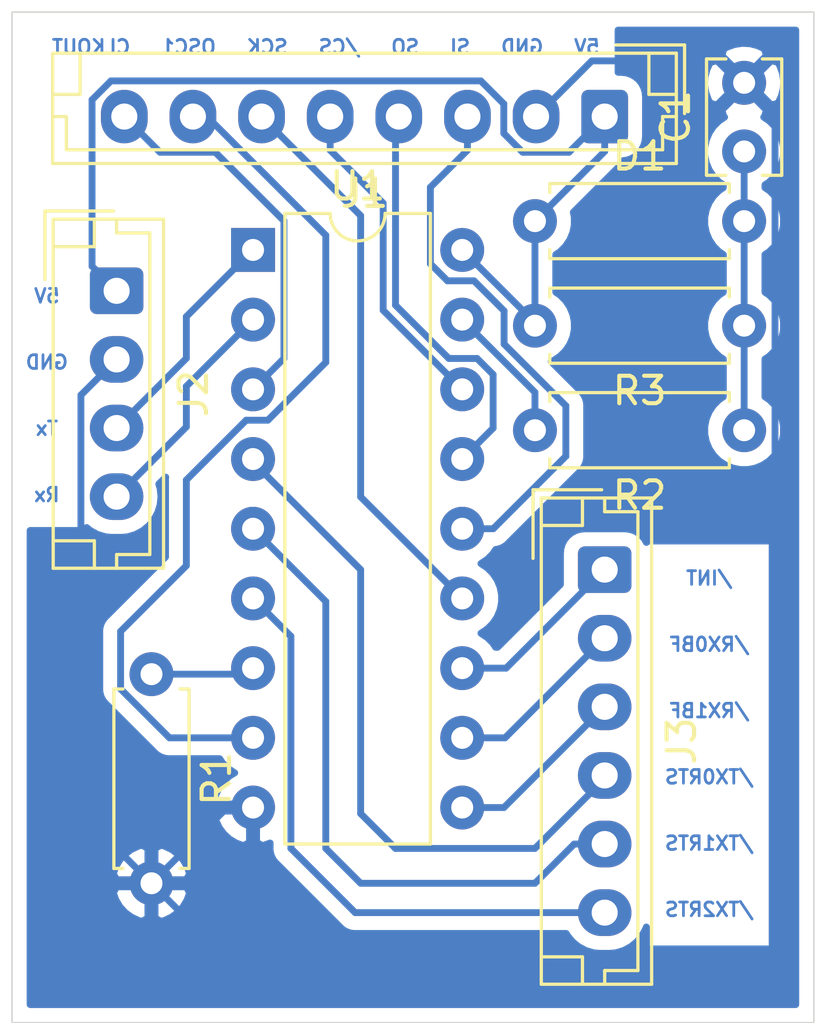
<source format=kicad_pcb>
(kicad_pcb (version 20171130) (host pcbnew 5.1.9)

  (general
    (thickness 1.6)
    (drawings 7)
    (tracks 104)
    (zones 0)
    (modules 9)
    (nets 20)
  )

  (page A4)
  (layers
    (0 F.Cu signal)
    (31 B.Cu signal)
    (32 B.Adhes user)
    (33 F.Adhes user)
    (34 B.Paste user)
    (35 F.Paste user)
    (36 B.SilkS user)
    (37 F.SilkS user)
    (38 B.Mask user)
    (39 F.Mask user)
    (40 Dwgs.User user)
    (41 Cmts.User user)
    (42 Eco1.User user)
    (43 Eco2.User user)
    (44 Edge.Cuts user)
    (45 Margin user)
    (46 B.CrtYd user)
    (47 F.CrtYd user)
    (48 B.Fab user)
    (49 F.Fab user)
  )

  (setup
    (last_trace_width 0.25)
    (trace_clearance 0.2)
    (zone_clearance 0.508)
    (zone_45_only no)
    (trace_min 0.2)
    (via_size 0.8)
    (via_drill 0.4)
    (via_min_size 0.4)
    (via_min_drill 0.3)
    (uvia_size 0.3)
    (uvia_drill 0.1)
    (uvias_allowed no)
    (uvia_min_size 0.2)
    (uvia_min_drill 0.1)
    (edge_width 0.05)
    (segment_width 0.2)
    (pcb_text_width 0.3)
    (pcb_text_size 1.5 1.5)
    (mod_edge_width 0.12)
    (mod_text_size 1 1)
    (mod_text_width 0.15)
    (pad_size 1.524 1.524)
    (pad_drill 0.762)
    (pad_to_mask_clearance 0)
    (aux_axis_origin 0 0)
    (visible_elements FFFFFF7F)
    (pcbplotparams
      (layerselection 0x010fc_ffffffff)
      (usegerberextensions false)
      (usegerberattributes true)
      (usegerberadvancedattributes true)
      (creategerberjobfile true)
      (excludeedgelayer true)
      (linewidth 0.100000)
      (plotframeref false)
      (viasonmask false)
      (mode 1)
      (useauxorigin false)
      (hpglpennumber 1)
      (hpglpenspeed 20)
      (hpglpendiameter 15.000000)
      (psnegative false)
      (psa4output false)
      (plotreference true)
      (plotvalue true)
      (plotinvisibletext false)
      (padsonsilk false)
      (subtractmaskfromsilk false)
      (outputformat 1)
      (mirror false)
      (drillshape 1)
      (scaleselection 1)
      (outputdirectory ""))
  )

  (net 0 "")
  (net 1 GND)
  (net 2 "Net-(C1-Pad1)")
  (net 3 +5V)
  (net 4 "Net-(J1-Pad8)")
  (net 5 "Net-(J1-Pad7)")
  (net 6 "Net-(J1-Pad6)")
  (net 7 "Net-(J1-Pad5)")
  (net 8 "Net-(J1-Pad4)")
  (net 9 "Net-(J1-Pad3)")
  (net 10 "Net-(J2-Pad4)")
  (net 11 "Net-(J2-Pad3)")
  (net 12 "Net-(J3-Pad6)")
  (net 13 "Net-(J3-Pad5)")
  (net 14 "Net-(J3-Pad4)")
  (net 15 "Net-(J3-Pad3)")
  (net 16 "Net-(J3-Pad2)")
  (net 17 "Net-(J3-Pad1)")
  (net 18 "Net-(R1-Pad1)")
  (net 19 "Net-(R2-Pad2)")

  (net_class Default "This is the default net class."
    (clearance 0.2)
    (trace_width 0.25)
    (via_dia 0.8)
    (via_drill 0.4)
    (uvia_dia 0.3)
    (uvia_drill 0.1)
    (add_net +5V)
    (add_net GND)
    (add_net "Net-(C1-Pad1)")
    (add_net "Net-(J1-Pad3)")
    (add_net "Net-(J1-Pad4)")
    (add_net "Net-(J1-Pad5)")
    (add_net "Net-(J1-Pad6)")
    (add_net "Net-(J1-Pad7)")
    (add_net "Net-(J1-Pad8)")
    (add_net "Net-(J2-Pad3)")
    (add_net "Net-(J2-Pad4)")
    (add_net "Net-(J3-Pad1)")
    (add_net "Net-(J3-Pad2)")
    (add_net "Net-(J3-Pad3)")
    (add_net "Net-(J3-Pad4)")
    (add_net "Net-(J3-Pad5)")
    (add_net "Net-(J3-Pad6)")
    (add_net "Net-(R1-Pad1)")
    (add_net "Net-(R2-Pad2)")
  )

  (module Package_DIP:DIP-18_W7.62mm (layer F.Cu) (tedit 5A02E8C5) (tstamp 600CAD49)
    (at 115.46 62.01)
    (descr "18-lead though-hole mounted DIP package, row spacing 7.62 mm (300 mils)")
    (tags "THT DIP DIL PDIP 2.54mm 7.62mm 300mil")
    (path /600C4826)
    (fp_text reference U1 (at 3.81 -2.33) (layer F.SilkS)
      (effects (font (size 1 1) (thickness 0.15)))
    )
    (fp_text value MCP2515-xSO (at 3.81 22.65) (layer F.Fab)
      (effects (font (size 1 1) (thickness 0.15)))
    )
    (fp_text user %R (at 3.81 10.16) (layer F.Fab)
      (effects (font (size 1 1) (thickness 0.15)))
    )
    (fp_arc (start 3.81 -1.33) (end 2.81 -1.33) (angle -180) (layer F.SilkS) (width 0.12))
    (fp_line (start 1.635 -1.27) (end 6.985 -1.27) (layer F.Fab) (width 0.1))
    (fp_line (start 6.985 -1.27) (end 6.985 21.59) (layer F.Fab) (width 0.1))
    (fp_line (start 6.985 21.59) (end 0.635 21.59) (layer F.Fab) (width 0.1))
    (fp_line (start 0.635 21.59) (end 0.635 -0.27) (layer F.Fab) (width 0.1))
    (fp_line (start 0.635 -0.27) (end 1.635 -1.27) (layer F.Fab) (width 0.1))
    (fp_line (start 2.81 -1.33) (end 1.16 -1.33) (layer F.SilkS) (width 0.12))
    (fp_line (start 1.16 -1.33) (end 1.16 21.65) (layer F.SilkS) (width 0.12))
    (fp_line (start 1.16 21.65) (end 6.46 21.65) (layer F.SilkS) (width 0.12))
    (fp_line (start 6.46 21.65) (end 6.46 -1.33) (layer F.SilkS) (width 0.12))
    (fp_line (start 6.46 -1.33) (end 4.81 -1.33) (layer F.SilkS) (width 0.12))
    (fp_line (start -1.1 -1.55) (end -1.1 21.85) (layer F.CrtYd) (width 0.05))
    (fp_line (start -1.1 21.85) (end 8.7 21.85) (layer F.CrtYd) (width 0.05))
    (fp_line (start 8.7 21.85) (end 8.7 -1.55) (layer F.CrtYd) (width 0.05))
    (fp_line (start 8.7 -1.55) (end -1.1 -1.55) (layer F.CrtYd) (width 0.05))
    (pad 18 thru_hole oval (at 7.62 0) (size 1.6 1.6) (drill 0.8) (layers *.Cu *.Mask)
      (net 3 +5V))
    (pad 9 thru_hole oval (at 0 20.32) (size 1.6 1.6) (drill 0.8) (layers *.Cu *.Mask)
      (net 1 GND))
    (pad 17 thru_hole oval (at 7.62 2.54) (size 1.6 1.6) (drill 0.8) (layers *.Cu *.Mask)
      (net 19 "Net-(R2-Pad2)"))
    (pad 8 thru_hole oval (at 0 17.78) (size 1.6 1.6) (drill 0.8) (layers *.Cu *.Mask)
      (net 5 "Net-(J1-Pad7)"))
    (pad 16 thru_hole oval (at 7.62 5.08) (size 1.6 1.6) (drill 0.8) (layers *.Cu *.Mask)
      (net 7 "Net-(J1-Pad5)"))
    (pad 7 thru_hole oval (at 0 15.24) (size 1.6 1.6) (drill 0.8) (layers *.Cu *.Mask)
      (net 18 "Net-(R1-Pad1)"))
    (pad 15 thru_hole oval (at 7.62 7.62) (size 1.6 1.6) (drill 0.8) (layers *.Cu *.Mask)
      (net 8 "Net-(J1-Pad4)"))
    (pad 6 thru_hole oval (at 0 12.7) (size 1.6 1.6) (drill 0.8) (layers *.Cu *.Mask)
      (net 12 "Net-(J3-Pad6)"))
    (pad 14 thru_hole oval (at 7.62 10.16) (size 1.6 1.6) (drill 0.8) (layers *.Cu *.Mask)
      (net 9 "Net-(J1-Pad3)"))
    (pad 5 thru_hole oval (at 0 10.16) (size 1.6 1.6) (drill 0.8) (layers *.Cu *.Mask)
      (net 13 "Net-(J3-Pad5)"))
    (pad 13 thru_hole oval (at 7.62 12.7) (size 1.6 1.6) (drill 0.8) (layers *.Cu *.Mask)
      (net 6 "Net-(J1-Pad6)"))
    (pad 4 thru_hole oval (at 0 7.62) (size 1.6 1.6) (drill 0.8) (layers *.Cu *.Mask)
      (net 14 "Net-(J3-Pad4)"))
    (pad 12 thru_hole oval (at 7.62 15.24) (size 1.6 1.6) (drill 0.8) (layers *.Cu *.Mask)
      (net 17 "Net-(J3-Pad1)"))
    (pad 3 thru_hole oval (at 0 5.08) (size 1.6 1.6) (drill 0.8) (layers *.Cu *.Mask)
      (net 4 "Net-(J1-Pad8)"))
    (pad 11 thru_hole oval (at 7.62 17.78) (size 1.6 1.6) (drill 0.8) (layers *.Cu *.Mask)
      (net 16 "Net-(J3-Pad2)"))
    (pad 2 thru_hole oval (at 0 2.54) (size 1.6 1.6) (drill 0.8) (layers *.Cu *.Mask)
      (net 10 "Net-(J2-Pad4)"))
    (pad 10 thru_hole oval (at 7.62 20.32) (size 1.6 1.6) (drill 0.8) (layers *.Cu *.Mask)
      (net 15 "Net-(J3-Pad3)"))
    (pad 1 thru_hole rect (at 0 0) (size 1.6 1.6) (drill 0.8) (layers *.Cu *.Mask)
      (net 11 "Net-(J2-Pad3)"))
    (model ${KISYS3DMOD}/Package_DIP.3dshapes/DIP-18_W7.62mm.wrl
      (at (xyz 0 0 0))
      (scale (xyz 1 1 1))
      (rotate (xyz 0 0 0))
    )
  )

  (module Resistor_THT:R_Axial_DIN0207_L6.3mm_D2.5mm_P7.62mm_Horizontal (layer F.Cu) (tedit 5AE5139B) (tstamp 600CAD23)
    (at 133.35 64.77 180)
    (descr "Resistor, Axial_DIN0207 series, Axial, Horizontal, pin pitch=7.62mm, 0.25W = 1/4W, length*diameter=6.3*2.5mm^2, http://cdn-reichelt.de/documents/datenblatt/B400/1_4W%23YAG.pdf")
    (tags "Resistor Axial_DIN0207 series Axial Horizontal pin pitch 7.62mm 0.25W = 1/4W length 6.3mm diameter 2.5mm")
    (path /600FB9A7)
    (fp_text reference R3 (at 3.81 -2.37) (layer F.SilkS)
      (effects (font (size 1 1) (thickness 0.15)))
    )
    (fp_text value R (at 3.81 2.37) (layer F.Fab)
      (effects (font (size 1 1) (thickness 0.15)))
    )
    (fp_text user %R (at 3.81 0) (layer F.Fab)
      (effects (font (size 1 1) (thickness 0.15)))
    )
    (fp_line (start 0.66 -1.25) (end 0.66 1.25) (layer F.Fab) (width 0.1))
    (fp_line (start 0.66 1.25) (end 6.96 1.25) (layer F.Fab) (width 0.1))
    (fp_line (start 6.96 1.25) (end 6.96 -1.25) (layer F.Fab) (width 0.1))
    (fp_line (start 6.96 -1.25) (end 0.66 -1.25) (layer F.Fab) (width 0.1))
    (fp_line (start 0 0) (end 0.66 0) (layer F.Fab) (width 0.1))
    (fp_line (start 7.62 0) (end 6.96 0) (layer F.Fab) (width 0.1))
    (fp_line (start 0.54 -1.04) (end 0.54 -1.37) (layer F.SilkS) (width 0.12))
    (fp_line (start 0.54 -1.37) (end 7.08 -1.37) (layer F.SilkS) (width 0.12))
    (fp_line (start 7.08 -1.37) (end 7.08 -1.04) (layer F.SilkS) (width 0.12))
    (fp_line (start 0.54 1.04) (end 0.54 1.37) (layer F.SilkS) (width 0.12))
    (fp_line (start 0.54 1.37) (end 7.08 1.37) (layer F.SilkS) (width 0.12))
    (fp_line (start 7.08 1.37) (end 7.08 1.04) (layer F.SilkS) (width 0.12))
    (fp_line (start -1.05 -1.5) (end -1.05 1.5) (layer F.CrtYd) (width 0.05))
    (fp_line (start -1.05 1.5) (end 8.67 1.5) (layer F.CrtYd) (width 0.05))
    (fp_line (start 8.67 1.5) (end 8.67 -1.5) (layer F.CrtYd) (width 0.05))
    (fp_line (start 8.67 -1.5) (end -1.05 -1.5) (layer F.CrtYd) (width 0.05))
    (pad 2 thru_hole oval (at 7.62 0 180) (size 1.6 1.6) (drill 0.8) (layers *.Cu *.Mask)
      (net 3 +5V))
    (pad 1 thru_hole circle (at 0 0 180) (size 1.6 1.6) (drill 0.8) (layers *.Cu *.Mask)
      (net 2 "Net-(C1-Pad1)"))
    (model ${KISYS3DMOD}/Resistor_THT.3dshapes/R_Axial_DIN0207_L6.3mm_D2.5mm_P7.62mm_Horizontal.wrl
      (at (xyz 0 0 0))
      (scale (xyz 1 1 1))
      (rotate (xyz 0 0 0))
    )
  )

  (module Resistor_THT:R_Axial_DIN0207_L6.3mm_D2.5mm_P7.62mm_Horizontal (layer F.Cu) (tedit 5AE5139B) (tstamp 600CAD0C)
    (at 133.35 68.58 180)
    (descr "Resistor, Axial_DIN0207 series, Axial, Horizontal, pin pitch=7.62mm, 0.25W = 1/4W, length*diameter=6.3*2.5mm^2, http://cdn-reichelt.de/documents/datenblatt/B400/1_4W%23YAG.pdf")
    (tags "Resistor Axial_DIN0207 series Axial Horizontal pin pitch 7.62mm 0.25W = 1/4W length 6.3mm diameter 2.5mm")
    (path /600FAED7)
    (fp_text reference R2 (at 3.81 -2.37) (layer F.SilkS)
      (effects (font (size 1 1) (thickness 0.15)))
    )
    (fp_text value R (at 3.81 2.37) (layer F.Fab)
      (effects (font (size 1 1) (thickness 0.15)))
    )
    (fp_text user %R (at 3.81 0) (layer F.Fab)
      (effects (font (size 1 1) (thickness 0.15)))
    )
    (fp_line (start 0.66 -1.25) (end 0.66 1.25) (layer F.Fab) (width 0.1))
    (fp_line (start 0.66 1.25) (end 6.96 1.25) (layer F.Fab) (width 0.1))
    (fp_line (start 6.96 1.25) (end 6.96 -1.25) (layer F.Fab) (width 0.1))
    (fp_line (start 6.96 -1.25) (end 0.66 -1.25) (layer F.Fab) (width 0.1))
    (fp_line (start 0 0) (end 0.66 0) (layer F.Fab) (width 0.1))
    (fp_line (start 7.62 0) (end 6.96 0) (layer F.Fab) (width 0.1))
    (fp_line (start 0.54 -1.04) (end 0.54 -1.37) (layer F.SilkS) (width 0.12))
    (fp_line (start 0.54 -1.37) (end 7.08 -1.37) (layer F.SilkS) (width 0.12))
    (fp_line (start 7.08 -1.37) (end 7.08 -1.04) (layer F.SilkS) (width 0.12))
    (fp_line (start 0.54 1.04) (end 0.54 1.37) (layer F.SilkS) (width 0.12))
    (fp_line (start 0.54 1.37) (end 7.08 1.37) (layer F.SilkS) (width 0.12))
    (fp_line (start 7.08 1.37) (end 7.08 1.04) (layer F.SilkS) (width 0.12))
    (fp_line (start -1.05 -1.5) (end -1.05 1.5) (layer F.CrtYd) (width 0.05))
    (fp_line (start -1.05 1.5) (end 8.67 1.5) (layer F.CrtYd) (width 0.05))
    (fp_line (start 8.67 1.5) (end 8.67 -1.5) (layer F.CrtYd) (width 0.05))
    (fp_line (start 8.67 -1.5) (end -1.05 -1.5) (layer F.CrtYd) (width 0.05))
    (pad 2 thru_hole oval (at 7.62 0 180) (size 1.6 1.6) (drill 0.8) (layers *.Cu *.Mask)
      (net 19 "Net-(R2-Pad2)"))
    (pad 1 thru_hole circle (at 0 0 180) (size 1.6 1.6) (drill 0.8) (layers *.Cu *.Mask)
      (net 2 "Net-(C1-Pad1)"))
    (model ${KISYS3DMOD}/Resistor_THT.3dshapes/R_Axial_DIN0207_L6.3mm_D2.5mm_P7.62mm_Horizontal.wrl
      (at (xyz 0 0 0))
      (scale (xyz 1 1 1))
      (rotate (xyz 0 0 0))
    )
  )

  (module Resistor_THT:R_Axial_DIN0207_L6.3mm_D2.5mm_P7.62mm_Horizontal (layer F.Cu) (tedit 5AE5139B) (tstamp 600CACF5)
    (at 111.76 77.47 270)
    (descr "Resistor, Axial_DIN0207 series, Axial, Horizontal, pin pitch=7.62mm, 0.25W = 1/4W, length*diameter=6.3*2.5mm^2, http://cdn-reichelt.de/documents/datenblatt/B400/1_4W%23YAG.pdf")
    (tags "Resistor Axial_DIN0207 series Axial Horizontal pin pitch 7.62mm 0.25W = 1/4W length 6.3mm diameter 2.5mm")
    (path /600D073B)
    (fp_text reference R1 (at 3.81 -2.37 90) (layer F.SilkS)
      (effects (font (size 1 1) (thickness 0.15)))
    )
    (fp_text value R (at 3.81 2.37 90) (layer F.Fab)
      (effects (font (size 1 1) (thickness 0.15)))
    )
    (fp_text user %R (at 3.81 0 90) (layer F.Fab)
      (effects (font (size 1 1) (thickness 0.15)))
    )
    (fp_line (start 0.66 -1.25) (end 0.66 1.25) (layer F.Fab) (width 0.1))
    (fp_line (start 0.66 1.25) (end 6.96 1.25) (layer F.Fab) (width 0.1))
    (fp_line (start 6.96 1.25) (end 6.96 -1.25) (layer F.Fab) (width 0.1))
    (fp_line (start 6.96 -1.25) (end 0.66 -1.25) (layer F.Fab) (width 0.1))
    (fp_line (start 0 0) (end 0.66 0) (layer F.Fab) (width 0.1))
    (fp_line (start 7.62 0) (end 6.96 0) (layer F.Fab) (width 0.1))
    (fp_line (start 0.54 -1.04) (end 0.54 -1.37) (layer F.SilkS) (width 0.12))
    (fp_line (start 0.54 -1.37) (end 7.08 -1.37) (layer F.SilkS) (width 0.12))
    (fp_line (start 7.08 -1.37) (end 7.08 -1.04) (layer F.SilkS) (width 0.12))
    (fp_line (start 0.54 1.04) (end 0.54 1.37) (layer F.SilkS) (width 0.12))
    (fp_line (start 0.54 1.37) (end 7.08 1.37) (layer F.SilkS) (width 0.12))
    (fp_line (start 7.08 1.37) (end 7.08 1.04) (layer F.SilkS) (width 0.12))
    (fp_line (start -1.05 -1.5) (end -1.05 1.5) (layer F.CrtYd) (width 0.05))
    (fp_line (start -1.05 1.5) (end 8.67 1.5) (layer F.CrtYd) (width 0.05))
    (fp_line (start 8.67 1.5) (end 8.67 -1.5) (layer F.CrtYd) (width 0.05))
    (fp_line (start 8.67 -1.5) (end -1.05 -1.5) (layer F.CrtYd) (width 0.05))
    (pad 2 thru_hole oval (at 7.62 0 270) (size 1.6 1.6) (drill 0.8) (layers *.Cu *.Mask)
      (net 1 GND))
    (pad 1 thru_hole circle (at 0 0 270) (size 1.6 1.6) (drill 0.8) (layers *.Cu *.Mask)
      (net 18 "Net-(R1-Pad1)"))
    (model ${KISYS3DMOD}/Resistor_THT.3dshapes/R_Axial_DIN0207_L6.3mm_D2.5mm_P7.62mm_Horizontal.wrl
      (at (xyz 0 0 0))
      (scale (xyz 1 1 1))
      (rotate (xyz 0 0 0))
    )
  )

  (module Connector_JST:JST_EH_B6B-EH-A_1x06_P2.50mm_Vertical (layer F.Cu) (tedit 5C28142C) (tstamp 600CACDE)
    (at 128.27 73.66 270)
    (descr "JST EH series connector, B6B-EH-A (http://www.jst-mfg.com/product/pdf/eng/eEH.pdf), generated with kicad-footprint-generator")
    (tags "connector JST EH vertical")
    (path /600EDBBE)
    (fp_text reference J3 (at 6.25 -2.8 90) (layer F.SilkS)
      (effects (font (size 1 1) (thickness 0.15)))
    )
    (fp_text value Conn_01x06_Female (at 6.25 3.4 90) (layer F.Fab)
      (effects (font (size 1 1) (thickness 0.15)))
    )
    (fp_text user %R (at 6.25 1.5 90) (layer F.Fab)
      (effects (font (size 1 1) (thickness 0.15)))
    )
    (fp_line (start -2.5 -1.6) (end -2.5 2.2) (layer F.Fab) (width 0.1))
    (fp_line (start -2.5 2.2) (end 15 2.2) (layer F.Fab) (width 0.1))
    (fp_line (start 15 2.2) (end 15 -1.6) (layer F.Fab) (width 0.1))
    (fp_line (start 15 -1.6) (end -2.5 -1.6) (layer F.Fab) (width 0.1))
    (fp_line (start -3 -2.1) (end -3 2.7) (layer F.CrtYd) (width 0.05))
    (fp_line (start -3 2.7) (end 15.5 2.7) (layer F.CrtYd) (width 0.05))
    (fp_line (start 15.5 2.7) (end 15.5 -2.1) (layer F.CrtYd) (width 0.05))
    (fp_line (start 15.5 -2.1) (end -3 -2.1) (layer F.CrtYd) (width 0.05))
    (fp_line (start -2.61 -1.71) (end -2.61 2.31) (layer F.SilkS) (width 0.12))
    (fp_line (start -2.61 2.31) (end 15.11 2.31) (layer F.SilkS) (width 0.12))
    (fp_line (start 15.11 2.31) (end 15.11 -1.71) (layer F.SilkS) (width 0.12))
    (fp_line (start 15.11 -1.71) (end -2.61 -1.71) (layer F.SilkS) (width 0.12))
    (fp_line (start -2.61 0) (end -2.11 0) (layer F.SilkS) (width 0.12))
    (fp_line (start -2.11 0) (end -2.11 -1.21) (layer F.SilkS) (width 0.12))
    (fp_line (start -2.11 -1.21) (end 14.61 -1.21) (layer F.SilkS) (width 0.12))
    (fp_line (start 14.61 -1.21) (end 14.61 0) (layer F.SilkS) (width 0.12))
    (fp_line (start 14.61 0) (end 15.11 0) (layer F.SilkS) (width 0.12))
    (fp_line (start -2.61 0.81) (end -1.61 0.81) (layer F.SilkS) (width 0.12))
    (fp_line (start -1.61 0.81) (end -1.61 2.31) (layer F.SilkS) (width 0.12))
    (fp_line (start 15.11 0.81) (end 14.11 0.81) (layer F.SilkS) (width 0.12))
    (fp_line (start 14.11 0.81) (end 14.11 2.31) (layer F.SilkS) (width 0.12))
    (fp_line (start -2.91 0.11) (end -2.91 2.61) (layer F.SilkS) (width 0.12))
    (fp_line (start -2.91 2.61) (end -0.41 2.61) (layer F.SilkS) (width 0.12))
    (fp_line (start -2.91 0.11) (end -2.91 2.61) (layer F.Fab) (width 0.1))
    (fp_line (start -2.91 2.61) (end -0.41 2.61) (layer F.Fab) (width 0.1))
    (pad 6 thru_hole oval (at 12.5 0 270) (size 1.7 1.95) (drill 0.95) (layers *.Cu *.Mask)
      (net 12 "Net-(J3-Pad6)"))
    (pad 5 thru_hole oval (at 10 0 270) (size 1.7 1.95) (drill 0.95) (layers *.Cu *.Mask)
      (net 13 "Net-(J3-Pad5)"))
    (pad 4 thru_hole oval (at 7.5 0 270) (size 1.7 1.95) (drill 0.95) (layers *.Cu *.Mask)
      (net 14 "Net-(J3-Pad4)"))
    (pad 3 thru_hole oval (at 5 0 270) (size 1.7 1.95) (drill 0.95) (layers *.Cu *.Mask)
      (net 15 "Net-(J3-Pad3)"))
    (pad 2 thru_hole oval (at 2.5 0 270) (size 1.7 1.95) (drill 0.95) (layers *.Cu *.Mask)
      (net 16 "Net-(J3-Pad2)"))
    (pad 1 thru_hole roundrect (at 0 0 270) (size 1.7 1.95) (drill 0.95) (layers *.Cu *.Mask) (roundrect_rratio 0.147059)
      (net 17 "Net-(J3-Pad1)"))
    (model ${KISYS3DMOD}/Connector_JST.3dshapes/JST_EH_B6B-EH-A_1x06_P2.50mm_Vertical.wrl
      (at (xyz 0 0 0))
      (scale (xyz 1 1 1))
      (rotate (xyz 0 0 0))
    )
  )

  (module Connector_JST:JST_EH_B4B-EH-A_1x04_P2.50mm_Vertical (layer F.Cu) (tedit 5C28142C) (tstamp 600CACBA)
    (at 110.49 63.5 270)
    (descr "JST EH series connector, B4B-EH-A (http://www.jst-mfg.com/product/pdf/eng/eEH.pdf), generated with kicad-footprint-generator")
    (tags "connector JST EH vertical")
    (path /600D765D)
    (fp_text reference J2 (at 3.75 -2.8 90) (layer F.SilkS)
      (effects (font (size 1 1) (thickness 0.15)))
    )
    (fp_text value Conn_01x04_Female (at 3.75 3.4 90) (layer F.Fab)
      (effects (font (size 1 1) (thickness 0.15)))
    )
    (fp_text user %R (at 3.75 1.5 90) (layer F.Fab)
      (effects (font (size 1 1) (thickness 0.15)))
    )
    (fp_line (start -2.5 -1.6) (end -2.5 2.2) (layer F.Fab) (width 0.1))
    (fp_line (start -2.5 2.2) (end 10 2.2) (layer F.Fab) (width 0.1))
    (fp_line (start 10 2.2) (end 10 -1.6) (layer F.Fab) (width 0.1))
    (fp_line (start 10 -1.6) (end -2.5 -1.6) (layer F.Fab) (width 0.1))
    (fp_line (start -3 -2.1) (end -3 2.7) (layer F.CrtYd) (width 0.05))
    (fp_line (start -3 2.7) (end 10.5 2.7) (layer F.CrtYd) (width 0.05))
    (fp_line (start 10.5 2.7) (end 10.5 -2.1) (layer F.CrtYd) (width 0.05))
    (fp_line (start 10.5 -2.1) (end -3 -2.1) (layer F.CrtYd) (width 0.05))
    (fp_line (start -2.61 -1.71) (end -2.61 2.31) (layer F.SilkS) (width 0.12))
    (fp_line (start -2.61 2.31) (end 10.11 2.31) (layer F.SilkS) (width 0.12))
    (fp_line (start 10.11 2.31) (end 10.11 -1.71) (layer F.SilkS) (width 0.12))
    (fp_line (start 10.11 -1.71) (end -2.61 -1.71) (layer F.SilkS) (width 0.12))
    (fp_line (start -2.61 0) (end -2.11 0) (layer F.SilkS) (width 0.12))
    (fp_line (start -2.11 0) (end -2.11 -1.21) (layer F.SilkS) (width 0.12))
    (fp_line (start -2.11 -1.21) (end 9.61 -1.21) (layer F.SilkS) (width 0.12))
    (fp_line (start 9.61 -1.21) (end 9.61 0) (layer F.SilkS) (width 0.12))
    (fp_line (start 9.61 0) (end 10.11 0) (layer F.SilkS) (width 0.12))
    (fp_line (start -2.61 0.81) (end -1.61 0.81) (layer F.SilkS) (width 0.12))
    (fp_line (start -1.61 0.81) (end -1.61 2.31) (layer F.SilkS) (width 0.12))
    (fp_line (start 10.11 0.81) (end 9.11 0.81) (layer F.SilkS) (width 0.12))
    (fp_line (start 9.11 0.81) (end 9.11 2.31) (layer F.SilkS) (width 0.12))
    (fp_line (start -2.91 0.11) (end -2.91 2.61) (layer F.SilkS) (width 0.12))
    (fp_line (start -2.91 2.61) (end -0.41 2.61) (layer F.SilkS) (width 0.12))
    (fp_line (start -2.91 0.11) (end -2.91 2.61) (layer F.Fab) (width 0.1))
    (fp_line (start -2.91 2.61) (end -0.41 2.61) (layer F.Fab) (width 0.1))
    (pad 4 thru_hole oval (at 7.5 0 270) (size 1.7 1.95) (drill 0.95) (layers *.Cu *.Mask)
      (net 10 "Net-(J2-Pad4)"))
    (pad 3 thru_hole oval (at 5 0 270) (size 1.7 1.95) (drill 0.95) (layers *.Cu *.Mask)
      (net 11 "Net-(J2-Pad3)"))
    (pad 2 thru_hole oval (at 2.5 0 270) (size 1.7 1.95) (drill 0.95) (layers *.Cu *.Mask)
      (net 1 GND))
    (pad 1 thru_hole roundrect (at 0 0 270) (size 1.7 1.95) (drill 0.95) (layers *.Cu *.Mask) (roundrect_rratio 0.147059)
      (net 3 +5V))
    (model ${KISYS3DMOD}/Connector_JST.3dshapes/JST_EH_B4B-EH-A_1x04_P2.50mm_Vertical.wrl
      (at (xyz 0 0 0))
      (scale (xyz 1 1 1))
      (rotate (xyz 0 0 0))
    )
  )

  (module Connector_JST:JST_EH_B8B-EH-A_1x08_P2.50mm_Vertical (layer F.Cu) (tedit 5C28142D) (tstamp 600CAC98)
    (at 128.27 57.15 180)
    (descr "JST EH series connector, B8B-EH-A (http://www.jst-mfg.com/product/pdf/eng/eEH.pdf), generated with kicad-footprint-generator")
    (tags "connector JST EH vertical")
    (path /600F0435)
    (fp_text reference J1 (at 8.75 -2.8) (layer F.SilkS)
      (effects (font (size 1 1) (thickness 0.15)))
    )
    (fp_text value Conn_01x08_Female (at 8.75 3.4) (layer F.Fab)
      (effects (font (size 1 1) (thickness 0.15)))
    )
    (fp_text user %R (at 8.75 1.5) (layer F.Fab)
      (effects (font (size 1 1) (thickness 0.15)))
    )
    (fp_line (start -2.5 -1.6) (end -2.5 2.2) (layer F.Fab) (width 0.1))
    (fp_line (start -2.5 2.2) (end 20 2.2) (layer F.Fab) (width 0.1))
    (fp_line (start 20 2.2) (end 20 -1.6) (layer F.Fab) (width 0.1))
    (fp_line (start 20 -1.6) (end -2.5 -1.6) (layer F.Fab) (width 0.1))
    (fp_line (start -3 -2.1) (end -3 2.7) (layer F.CrtYd) (width 0.05))
    (fp_line (start -3 2.7) (end 20.5 2.7) (layer F.CrtYd) (width 0.05))
    (fp_line (start 20.5 2.7) (end 20.5 -2.1) (layer F.CrtYd) (width 0.05))
    (fp_line (start 20.5 -2.1) (end -3 -2.1) (layer F.CrtYd) (width 0.05))
    (fp_line (start -2.61 -1.71) (end -2.61 2.31) (layer F.SilkS) (width 0.12))
    (fp_line (start -2.61 2.31) (end 20.11 2.31) (layer F.SilkS) (width 0.12))
    (fp_line (start 20.11 2.31) (end 20.11 -1.71) (layer F.SilkS) (width 0.12))
    (fp_line (start 20.11 -1.71) (end -2.61 -1.71) (layer F.SilkS) (width 0.12))
    (fp_line (start -2.61 0) (end -2.11 0) (layer F.SilkS) (width 0.12))
    (fp_line (start -2.11 0) (end -2.11 -1.21) (layer F.SilkS) (width 0.12))
    (fp_line (start -2.11 -1.21) (end 19.61 -1.21) (layer F.SilkS) (width 0.12))
    (fp_line (start 19.61 -1.21) (end 19.61 0) (layer F.SilkS) (width 0.12))
    (fp_line (start 19.61 0) (end 20.11 0) (layer F.SilkS) (width 0.12))
    (fp_line (start -2.61 0.81) (end -1.61 0.81) (layer F.SilkS) (width 0.12))
    (fp_line (start -1.61 0.81) (end -1.61 2.31) (layer F.SilkS) (width 0.12))
    (fp_line (start 20.11 0.81) (end 19.11 0.81) (layer F.SilkS) (width 0.12))
    (fp_line (start 19.11 0.81) (end 19.11 2.31) (layer F.SilkS) (width 0.12))
    (fp_line (start -2.91 0.11) (end -2.91 2.61) (layer F.SilkS) (width 0.12))
    (fp_line (start -2.91 2.61) (end -0.41 2.61) (layer F.SilkS) (width 0.12))
    (fp_line (start -2.91 0.11) (end -2.91 2.61) (layer F.Fab) (width 0.1))
    (fp_line (start -2.91 2.61) (end -0.41 2.61) (layer F.Fab) (width 0.1))
    (pad 8 thru_hole oval (at 17.5 0 180) (size 1.7 1.95) (drill 0.95) (layers *.Cu *.Mask)
      (net 4 "Net-(J1-Pad8)"))
    (pad 7 thru_hole oval (at 15 0 180) (size 1.7 1.95) (drill 0.95) (layers *.Cu *.Mask)
      (net 5 "Net-(J1-Pad7)"))
    (pad 6 thru_hole oval (at 12.5 0 180) (size 1.7 1.95) (drill 0.95) (layers *.Cu *.Mask)
      (net 6 "Net-(J1-Pad6)"))
    (pad 5 thru_hole oval (at 10 0 180) (size 1.7 1.95) (drill 0.95) (layers *.Cu *.Mask)
      (net 7 "Net-(J1-Pad5)"))
    (pad 4 thru_hole oval (at 7.5 0 180) (size 1.7 1.95) (drill 0.95) (layers *.Cu *.Mask)
      (net 8 "Net-(J1-Pad4)"))
    (pad 3 thru_hole oval (at 5 0 180) (size 1.7 1.95) (drill 0.95) (layers *.Cu *.Mask)
      (net 9 "Net-(J1-Pad3)"))
    (pad 2 thru_hole oval (at 2.5 0 180) (size 1.7 1.95) (drill 0.95) (layers *.Cu *.Mask)
      (net 1 GND))
    (pad 1 thru_hole roundrect (at 0 0 180) (size 1.7 1.95) (drill 0.95) (layers *.Cu *.Mask) (roundrect_rratio 0.147059)
      (net 3 +5V))
    (model ${KISYS3DMOD}/Connector_JST.3dshapes/JST_EH_B8B-EH-A_1x08_P2.50mm_Vertical.wrl
      (at (xyz 0 0 0))
      (scale (xyz 1 1 1))
      (rotate (xyz 0 0 0))
    )
  )

  (module Resistor_THT:R_Axial_DIN0207_L6.3mm_D2.5mm_P7.62mm_Horizontal (layer F.Cu) (tedit 5AE5139B) (tstamp 600CAC72)
    (at 125.73 60.96)
    (descr "Resistor, Axial_DIN0207 series, Axial, Horizontal, pin pitch=7.62mm, 0.25W = 1/4W, length*diameter=6.3*2.5mm^2, http://cdn-reichelt.de/documents/datenblatt/B400/1_4W%23YAG.pdf")
    (tags "Resistor Axial_DIN0207 series Axial Horizontal pin pitch 7.62mm 0.25W = 1/4W length 6.3mm diameter 2.5mm")
    (path /600FD6C0)
    (fp_text reference D1 (at 3.81 -2.37) (layer F.SilkS)
      (effects (font (size 1 1) (thickness 0.15)))
    )
    (fp_text value D (at 3.81 2.37) (layer F.Fab)
      (effects (font (size 1 1) (thickness 0.15)))
    )
    (fp_text user %R (at 3.81 0) (layer F.Fab)
      (effects (font (size 1 1) (thickness 0.15)))
    )
    (fp_line (start 0.66 -1.25) (end 0.66 1.25) (layer F.Fab) (width 0.1))
    (fp_line (start 0.66 1.25) (end 6.96 1.25) (layer F.Fab) (width 0.1))
    (fp_line (start 6.96 1.25) (end 6.96 -1.25) (layer F.Fab) (width 0.1))
    (fp_line (start 6.96 -1.25) (end 0.66 -1.25) (layer F.Fab) (width 0.1))
    (fp_line (start 0 0) (end 0.66 0) (layer F.Fab) (width 0.1))
    (fp_line (start 7.62 0) (end 6.96 0) (layer F.Fab) (width 0.1))
    (fp_line (start 0.54 -1.04) (end 0.54 -1.37) (layer F.SilkS) (width 0.12))
    (fp_line (start 0.54 -1.37) (end 7.08 -1.37) (layer F.SilkS) (width 0.12))
    (fp_line (start 7.08 -1.37) (end 7.08 -1.04) (layer F.SilkS) (width 0.12))
    (fp_line (start 0.54 1.04) (end 0.54 1.37) (layer F.SilkS) (width 0.12))
    (fp_line (start 0.54 1.37) (end 7.08 1.37) (layer F.SilkS) (width 0.12))
    (fp_line (start 7.08 1.37) (end 7.08 1.04) (layer F.SilkS) (width 0.12))
    (fp_line (start -1.05 -1.5) (end -1.05 1.5) (layer F.CrtYd) (width 0.05))
    (fp_line (start -1.05 1.5) (end 8.67 1.5) (layer F.CrtYd) (width 0.05))
    (fp_line (start 8.67 1.5) (end 8.67 -1.5) (layer F.CrtYd) (width 0.05))
    (fp_line (start 8.67 -1.5) (end -1.05 -1.5) (layer F.CrtYd) (width 0.05))
    (pad 2 thru_hole oval (at 7.62 0) (size 1.6 1.6) (drill 0.8) (layers *.Cu *.Mask)
      (net 2 "Net-(C1-Pad1)"))
    (pad 1 thru_hole circle (at 0 0) (size 1.6 1.6) (drill 0.8) (layers *.Cu *.Mask)
      (net 3 +5V))
    (model ${KISYS3DMOD}/Resistor_THT.3dshapes/R_Axial_DIN0207_L6.3mm_D2.5mm_P7.62mm_Horizontal.wrl
      (at (xyz 0 0 0))
      (scale (xyz 1 1 1))
      (rotate (xyz 0 0 0))
    )
  )

  (module Capacitor_THT:C_Rect_L4.0mm_W2.5mm_P2.50mm (layer F.Cu) (tedit 5AE50EF0) (tstamp 600CAC5B)
    (at 133.35 58.42 90)
    (descr "C, Rect series, Radial, pin pitch=2.50mm, , length*width=4*2.5mm^2, Capacitor")
    (tags "C Rect series Radial pin pitch 2.50mm  length 4mm width 2.5mm Capacitor")
    (path /600FC06E)
    (fp_text reference C1 (at 1.25 -2.5 90) (layer F.SilkS)
      (effects (font (size 1 1) (thickness 0.15)))
    )
    (fp_text value C (at 1.25 2.5 90) (layer F.Fab)
      (effects (font (size 1 1) (thickness 0.15)))
    )
    (fp_text user %R (at 1.25 0 90) (layer F.Fab)
      (effects (font (size 0.8 0.8) (thickness 0.12)))
    )
    (fp_line (start -0.75 -1.25) (end -0.75 1.25) (layer F.Fab) (width 0.1))
    (fp_line (start -0.75 1.25) (end 3.25 1.25) (layer F.Fab) (width 0.1))
    (fp_line (start 3.25 1.25) (end 3.25 -1.25) (layer F.Fab) (width 0.1))
    (fp_line (start 3.25 -1.25) (end -0.75 -1.25) (layer F.Fab) (width 0.1))
    (fp_line (start -0.87 -1.37) (end 3.37 -1.37) (layer F.SilkS) (width 0.12))
    (fp_line (start -0.87 1.37) (end 3.37 1.37) (layer F.SilkS) (width 0.12))
    (fp_line (start -0.87 -1.37) (end -0.87 -0.665) (layer F.SilkS) (width 0.12))
    (fp_line (start -0.87 0.665) (end -0.87 1.37) (layer F.SilkS) (width 0.12))
    (fp_line (start 3.37 -1.37) (end 3.37 -0.665) (layer F.SilkS) (width 0.12))
    (fp_line (start 3.37 0.665) (end 3.37 1.37) (layer F.SilkS) (width 0.12))
    (fp_line (start -1.05 -1.5) (end -1.05 1.5) (layer F.CrtYd) (width 0.05))
    (fp_line (start -1.05 1.5) (end 3.55 1.5) (layer F.CrtYd) (width 0.05))
    (fp_line (start 3.55 1.5) (end 3.55 -1.5) (layer F.CrtYd) (width 0.05))
    (fp_line (start 3.55 -1.5) (end -1.05 -1.5) (layer F.CrtYd) (width 0.05))
    (pad 2 thru_hole circle (at 2.5 0 90) (size 1.6 1.6) (drill 0.8) (layers *.Cu *.Mask)
      (net 1 GND))
    (pad 1 thru_hole circle (at 0 0 90) (size 1.6 1.6) (drill 0.8) (layers *.Cu *.Mask)
      (net 2 "Net-(C1-Pad1)"))
    (model ${KISYS3DMOD}/Capacitor_THT.3dshapes/C_Rect_L4.0mm_W2.5mm_P2.50mm.wrl
      (at (xyz 0 0 0))
      (scale (xyz 1 1 1))
      (rotate (xyz 0 0 0))
    )
  )

  (gr_line (start 106.68 90.17) (end 106.68 53.34) (layer Edge.Cuts) (width 0.05) (tstamp 600CB6BB))
  (gr_line (start 135.89 90.17) (end 106.68 90.17) (layer Edge.Cuts) (width 0.05))
  (gr_line (start 135.89 53.34) (end 135.89 90.17) (layer Edge.Cuts) (width 0.05))
  (gr_line (start 106.68 53.34) (end 135.89 53.34) (layer Edge.Cuts) (width 0.05))
  (gr_text "5V\n\n\nGND\n\n\nTx\n\n\nRx" (at 107.95 67.31) (layer B.Cu)
    (effects (font (size 0.5 0.5) (thickness 0.1)) (justify mirror))
  )
  (gr_text "5V   GND   SI   SO   /CS   SCK   OSC1   CLKOUT" (at 118.11 54.61) (layer B.Cu)
    (effects (font (size 0.5 0.5) (thickness 0.1)) (justify mirror))
  )
  (gr_text "/INT\n\n\n/RX0BF\n\n\n/RX1BF\n\n\n/TX0RTS\n\n\n/TX1RTS\n\n\n/TX2RTS" (at 132.08 80.01) (layer B.Cu)
    (effects (font (size 0.5 0.5) (thickness 0.1)) (justify mirror))
  )

  (segment (start 114.52 82.33) (end 115.46 82.33) (width 0.25) (layer B.Cu) (net 1))
  (segment (start 111.76 85.09) (end 114.52 82.33) (width 0.25) (layer B.Cu) (net 1))
  (segment (start 132.550001 55.120001) (end 133.35 55.92) (width 0.25) (layer B.Cu) (net 1))
  (segment (start 127.799999 55.120001) (end 132.550001 55.120001) (width 0.25) (layer B.Cu) (net 1))
  (segment (start 125.77 57.15) (end 127.799999 55.120001) (width 0.25) (layer B.Cu) (net 1))
  (segment (start 109.18999 67.30001) (end 110.49 66) (width 0.25) (layer B.Cu) (net 1))
  (segment (start 109.18999 82.51999) (end 109.18999 67.30001) (width 0.25) (layer B.Cu) (net 1))
  (segment (start 111.76 85.09) (end 109.18999 82.51999) (width 0.25) (layer B.Cu) (net 1))
  (segment (start 134.475001 57.045001) (end 133.35 55.92) (width 0.25) (layer B.Cu) (net 1))
  (segment (start 134.475001 87.774999) (end 134.475001 57.045001) (width 0.25) (layer B.Cu) (net 1))
  (segment (start 133.35 88.9) (end 134.475001 87.774999) (width 0.25) (layer B.Cu) (net 1))
  (segment (start 115.57 88.9) (end 133.35 88.9) (width 0.25) (layer B.Cu) (net 1))
  (segment (start 111.76 85.09) (end 115.57 88.9) (width 0.25) (layer B.Cu) (net 1))
  (segment (start 133.35 58.42) (end 133.35 60.96) (width 0.25) (layer B.Cu) (net 2))
  (segment (start 133.35 64.77) (end 133.35 60.96) (width 0.25) (layer B.Cu) (net 2))
  (segment (start 133.35 68.58) (end 133.35 64.77) (width 0.25) (layer B.Cu) (net 2))
  (segment (start 128.27 58.42) (end 125.73 60.96) (width 0.25) (layer B.Cu) (net 3))
  (segment (start 128.27 57.15) (end 128.27 58.42) (width 0.25) (layer B.Cu) (net 3))
  (segment (start 125.73 64.66) (end 125.73 64.77) (width 0.25) (layer B.Cu) (net 3))
  (segment (start 123.08 62.01) (end 125.73 64.66) (width 0.25) (layer B.Cu) (net 3))
  (segment (start 125.73 60.96) (end 125.73 64.77) (width 0.25) (layer B.Cu) (net 3))
  (segment (start 126.96999 58.45001) (end 128.27 57.15) (width 0.25) (layer B.Cu) (net 3))
  (segment (start 125.283295 58.45001) (end 126.96999 58.45001) (width 0.25) (layer B.Cu) (net 3))
  (segment (start 124.59499 57.761705) (end 125.283295 58.45001) (width 0.25) (layer B.Cu) (net 3))
  (segment (start 124.59499 56.688275) (end 124.59499 57.761705) (width 0.25) (layer B.Cu) (net 3))
  (segment (start 123.756705 55.84999) (end 124.59499 56.688275) (width 0.25) (layer B.Cu) (net 3))
  (segment (start 110.283295 55.84999) (end 123.756705 55.84999) (width 0.25) (layer B.Cu) (net 3))
  (segment (start 109.59499 56.538295) (end 110.283295 55.84999) (width 0.25) (layer B.Cu) (net 3))
  (segment (start 109.59499 62.60499) (end 109.59499 56.538295) (width 0.25) (layer B.Cu) (net 3))
  (segment (start 110.49 63.5) (end 109.59499 62.60499) (width 0.25) (layer B.Cu) (net 3))
  (segment (start 116.585001 65.964999) (end 115.46 67.09) (width 0.25) (layer B.Cu) (net 4))
  (segment (start 116.585001 60.949999) (end 116.585001 65.964999) (width 0.25) (layer B.Cu) (net 4))
  (segment (start 114.085012 58.45001) (end 116.585001 60.949999) (width 0.25) (layer B.Cu) (net 4))
  (segment (start 112.07001 58.45001) (end 114.085012 58.45001) (width 0.25) (layer B.Cu) (net 4))
  (segment (start 110.77 57.15) (end 112.07001 58.45001) (width 0.25) (layer B.Cu) (net 4))
  (segment (start 116.000001 68.215001) (end 118.11 66.105002) (width 0.25) (layer B.Cu) (net 5))
  (segment (start 115.209997 68.215001) (end 116.000001 68.215001) (width 0.25) (layer B.Cu) (net 5))
  (segment (start 113.03 70.394998) (end 115.209997 68.215001) (width 0.25) (layer B.Cu) (net 5))
  (segment (start 113.03 73.515001) (end 113.03 70.394998) (width 0.25) (layer B.Cu) (net 5))
  (segment (start 118.11 66.105002) (end 118.11 61.475) (width 0.25) (layer B.Cu) (net 5))
  (segment (start 110.634999 75.910002) (end 113.03 73.515001) (width 0.25) (layer B.Cu) (net 5))
  (segment (start 118.11 61.475) (end 113.785 57.15) (width 0.25) (layer B.Cu) (net 5))
  (segment (start 112.414998 79.79) (end 110.634999 78.010001) (width 0.25) (layer B.Cu) (net 5))
  (segment (start 113.785 57.15) (end 113.27 57.15) (width 0.25) (layer B.Cu) (net 5))
  (segment (start 110.634999 78.010001) (end 110.634999 75.910002) (width 0.25) (layer B.Cu) (net 5))
  (segment (start 115.46 79.79) (end 112.414998 79.79) (width 0.25) (layer B.Cu) (net 5))
  (segment (start 119.38 60.76) (end 115.77 57.15) (width 0.25) (layer B.Cu) (net 6))
  (segment (start 119.38 71.01) (end 119.38 60.76) (width 0.25) (layer B.Cu) (net 6))
  (segment (start 123.08 74.71) (end 119.38 71.01) (width 0.25) (layer B.Cu) (net 6))
  (segment (start 118.27 57.15) (end 118.27 58.375) (width 0.25) (layer B.Cu) (net 7))
  (segment (start 120.199989 60.304989) (end 120.199989 64.209989) (width 0.25) (layer B.Cu) (net 7))
  (segment (start 118.27 58.375) (end 120.199989 60.304989) (width 0.25) (layer B.Cu) (net 7))
  (segment (start 120.199989 64.209989) (end 123.08 67.09) (width 0.25) (layer B.Cu) (net 7))
  (segment (start 124.205001 68.504999) (end 123.08 69.63) (width 0.25) (layer B.Cu) (net 8))
  (segment (start 124.205001 66.549999) (end 124.205001 68.504999) (width 0.25) (layer B.Cu) (net 8))
  (segment (start 123.620001 65.964999) (end 124.205001 66.549999) (width 0.25) (layer B.Cu) (net 8))
  (segment (start 122.591409 65.964999) (end 123.620001 65.964999) (width 0.25) (layer B.Cu) (net 8))
  (segment (start 120.65 64.02359) (end 122.591409 65.964999) (width 0.25) (layer B.Cu) (net 8))
  (segment (start 120.65 57.27) (end 120.65 64.02359) (width 0.25) (layer B.Cu) (net 8))
  (segment (start 120.77 57.15) (end 120.65 57.27) (width 0.25) (layer B.Cu) (net 8))
  (segment (start 126.855001 69.526369) (end 124.21137 72.17) (width 0.25) (layer B.Cu) (net 9))
  (segment (start 126.855001 67.688591) (end 126.855001 69.526369) (width 0.25) (layer B.Cu) (net 9))
  (segment (start 124.604999 65.438589) (end 126.855001 67.688591) (width 0.25) (layer B.Cu) (net 9))
  (segment (start 122.539999 63.135001) (end 123.510001 63.135001) (width 0.25) (layer B.Cu) (net 9))
  (segment (start 124.21137 72.17) (end 123.08 72.17) (width 0.25) (layer B.Cu) (net 9))
  (segment (start 121.92 62.515002) (end 122.539999 63.135001) (width 0.25) (layer B.Cu) (net 9))
  (segment (start 121.92 59.725) (end 121.92 62.515002) (width 0.25) (layer B.Cu) (net 9))
  (segment (start 124.604999 64.229999) (end 124.604999 65.438589) (width 0.25) (layer B.Cu) (net 9))
  (segment (start 123.510001 63.135001) (end 124.604999 64.229999) (width 0.25) (layer B.Cu) (net 9))
  (segment (start 123.27 58.375) (end 121.92 59.725) (width 0.25) (layer B.Cu) (net 9))
  (segment (start 123.27 57.15) (end 123.27 58.375) (width 0.25) (layer B.Cu) (net 9))
  (segment (start 113.03 66.98) (end 115.46 64.55) (width 0.25) (layer B.Cu) (net 10))
  (segment (start 113.03 68.46) (end 113.03 66.98) (width 0.25) (layer B.Cu) (net 10))
  (segment (start 110.49 71) (end 113.03 68.46) (width 0.25) (layer B.Cu) (net 10))
  (segment (start 110.49 68.5) (end 113.03 65.96) (width 0.25) (layer B.Cu) (net 11))
  (segment (start 113.03 64.44) (end 115.46 62.01) (width 0.25) (layer B.Cu) (net 11))
  (segment (start 113.03 65.96) (end 113.03 64.44) (width 0.25) (layer B.Cu) (net 11))
  (segment (start 116.84 76.09) (end 115.46 74.71) (width 0.25) (layer B.Cu) (net 12))
  (segment (start 116.84 83.82) (end 116.84 76.09) (width 0.25) (layer B.Cu) (net 12))
  (segment (start 119.18 86.16) (end 116.84 83.82) (width 0.25) (layer B.Cu) (net 12))
  (segment (start 128.27 86.16) (end 119.18 86.16) (width 0.25) (layer B.Cu) (net 12))
  (segment (start 128.27 83.66) (end 127.16 83.66) (width 0.25) (layer B.Cu) (net 13))
  (segment (start 127.16 83.66) (end 125.73 85.09) (width 0.25) (layer B.Cu) (net 13))
  (segment (start 125.73 85.09) (end 119.38 85.09) (width 0.25) (layer B.Cu) (net 13))
  (segment (start 119.38 85.09) (end 118.11 83.82) (width 0.25) (layer B.Cu) (net 13))
  (segment (start 118.11 74.82) (end 115.46 72.17) (width 0.25) (layer B.Cu) (net 13))
  (segment (start 118.11 83.82) (end 118.11 74.82) (width 0.25) (layer B.Cu) (net 13))
  (segment (start 119.38 73.66) (end 115.46 69.74) (width 0.25) (layer B.Cu) (net 14))
  (segment (start 119.38 82.55) (end 119.38 73.66) (width 0.25) (layer B.Cu) (net 14))
  (segment (start 115.46 69.74) (end 115.46 69.63) (width 0.25) (layer B.Cu) (net 14))
  (segment (start 120.65 83.82) (end 119.38 82.55) (width 0.25) (layer B.Cu) (net 14))
  (segment (start 125.73 83.82) (end 120.65 83.82) (width 0.25) (layer B.Cu) (net 14))
  (segment (start 128.27 81.28) (end 125.73 83.82) (width 0.25) (layer B.Cu) (net 14))
  (segment (start 128.27 81.16) (end 128.27 81.28) (width 0.25) (layer B.Cu) (net 14))
  (segment (start 124.6 82.33) (end 128.27 78.66) (width 0.25) (layer B.Cu) (net 15))
  (segment (start 123.08 82.33) (end 124.6 82.33) (width 0.25) (layer B.Cu) (net 15))
  (segment (start 124.64 79.79) (end 128.27 76.16) (width 0.25) (layer B.Cu) (net 16))
  (segment (start 123.08 79.79) (end 124.64 79.79) (width 0.25) (layer B.Cu) (net 16))
  (segment (start 124.68 77.25) (end 128.27 73.66) (width 0.25) (layer B.Cu) (net 17))
  (segment (start 123.08 77.25) (end 124.68 77.25) (width 0.25) (layer B.Cu) (net 17))
  (segment (start 115.24 77.47) (end 115.46 77.25) (width 0.25) (layer B.Cu) (net 18))
  (segment (start 111.76 77.47) (end 115.24 77.47) (width 0.25) (layer B.Cu) (net 18))
  (segment (start 125.73 67.2) (end 125.73 68.58) (width 0.25) (layer B.Cu) (net 19))
  (segment (start 123.08 64.55) (end 125.73 67.2) (width 0.25) (layer B.Cu) (net 19))

  (zone (net 1) (net_name GND) (layer B.Cu) (tstamp 0) (hatch edge 0.508)
    (connect_pads (clearance 0.508))
    (min_thickness 0.254)
    (fill yes (arc_segments 32) (thermal_gap 0.508) (thermal_bridge_width 0.508))
    (polygon
      (pts
        (xy 135.89 90.17) (xy 106.68 90.17) (xy 106.68 53.34) (xy 135.89 53.34)
      )
    )
    (filled_polygon
      (pts
        (xy 135.230001 89.51) (xy 107.34 89.51) (xy 107.34 85.43904) (xy 110.368091 85.43904) (xy 110.46293 85.703881)
        (xy 110.607615 85.945131) (xy 110.796586 86.153519) (xy 111.02258 86.321037) (xy 111.276913 86.441246) (xy 111.410961 86.481904)
        (xy 111.633 86.359915) (xy 111.633 85.217) (xy 111.887 85.217) (xy 111.887 86.359915) (xy 112.109039 86.481904)
        (xy 112.243087 86.441246) (xy 112.49742 86.321037) (xy 112.723414 86.153519) (xy 112.912385 85.945131) (xy 113.05707 85.703881)
        (xy 113.151909 85.43904) (xy 113.030624 85.217) (xy 111.887 85.217) (xy 111.633 85.217) (xy 110.489376 85.217)
        (xy 110.368091 85.43904) (xy 107.34 85.43904) (xy 107.34 84.74096) (xy 110.368091 84.74096) (xy 110.489376 84.963)
        (xy 111.633 84.963) (xy 111.633 83.820085) (xy 111.887 83.820085) (xy 111.887 84.963) (xy 113.030624 84.963)
        (xy 113.151909 84.74096) (xy 113.05707 84.476119) (xy 112.912385 84.234869) (xy 112.723414 84.026481) (xy 112.49742 83.858963)
        (xy 112.243087 83.738754) (xy 112.109039 83.698096) (xy 111.887 83.820085) (xy 111.633 83.820085) (xy 111.410961 83.698096)
        (xy 111.276913 83.738754) (xy 111.02258 83.858963) (xy 110.796586 84.026481) (xy 110.607615 84.234869) (xy 110.46293 84.476119)
        (xy 110.368091 84.74096) (xy 107.34 84.74096) (xy 107.34 82.679039) (xy 114.068096 82.679039) (xy 114.108754 82.813087)
        (xy 114.228963 83.06742) (xy 114.396481 83.293414) (xy 114.604869 83.482385) (xy 114.846119 83.62707) (xy 115.11096 83.721909)
        (xy 115.333 83.600624) (xy 115.333 82.457) (xy 114.190085 82.457) (xy 114.068096 82.679039) (xy 107.34 82.679039)
        (xy 107.34 72.235) (xy 109.396905 72.235) (xy 109.396905 72.126565) (xy 109.535986 72.240706) (xy 109.793966 72.378599)
        (xy 110.073889 72.463513) (xy 110.29205 72.485) (xy 110.68795 72.485) (xy 110.906111 72.463513) (xy 111.186034 72.378599)
        (xy 111.444014 72.240706) (xy 111.670134 72.055134) (xy 111.855706 71.829014) (xy 111.993599 71.571034) (xy 112.078513 71.291111)
        (xy 112.107185 71) (xy 112.078513 70.708889) (xy 112.026704 70.538098) (xy 112.276869 70.287933) (xy 112.266324 70.394998)
        (xy 112.270001 70.43233) (xy 112.27 73.200199) (xy 110.123997 75.346203) (xy 110.094999 75.370001) (xy 110.071201 75.398999)
        (xy 110.0712 75.399) (xy 110.000025 75.485726) (xy 109.929453 75.617756) (xy 109.885997 75.761017) (xy 109.871323 75.910002)
        (xy 109.875 75.947334) (xy 109.874999 77.972678) (xy 109.871323 78.010001) (xy 109.874999 78.047323) (xy 109.874999 78.047333)
        (xy 109.885996 78.158986) (xy 109.908653 78.233676) (xy 109.929453 78.302247) (xy 110.000025 78.434277) (xy 110.03987 78.482827)
        (xy 110.094998 78.550002) (xy 110.124002 78.573805) (xy 111.851199 80.301003) (xy 111.874997 80.330001) (xy 111.990722 80.424974)
        (xy 112.122751 80.495546) (xy 112.266012 80.539003) (xy 112.377665 80.55) (xy 112.377673 80.55) (xy 112.414998 80.553676)
        (xy 112.452323 80.55) (xy 114.241957 80.55) (xy 114.345363 80.704759) (xy 114.545241 80.904637) (xy 114.780273 81.06168)
        (xy 114.790865 81.066067) (xy 114.604869 81.177615) (xy 114.396481 81.366586) (xy 114.228963 81.59258) (xy 114.108754 81.846913)
        (xy 114.068096 81.980961) (xy 114.190085 82.203) (xy 115.333 82.203) (xy 115.333 82.183) (xy 115.587 82.183)
        (xy 115.587 82.203) (xy 115.607 82.203) (xy 115.607 82.457) (xy 115.587 82.457) (xy 115.587 83.600624)
        (xy 115.80904 83.721909) (xy 116.073881 83.62707) (xy 116.08 83.6234) (xy 116.08 83.782678) (xy 116.076324 83.82)
        (xy 116.08 83.857322) (xy 116.08 83.857332) (xy 116.090997 83.968985) (xy 116.12597 84.084276) (xy 116.134454 84.112246)
        (xy 116.205026 84.244276) (xy 116.244871 84.292826) (xy 116.299999 84.360001) (xy 116.329003 84.383804) (xy 118.616201 86.671003)
        (xy 118.639999 86.700001) (xy 118.755724 86.794974) (xy 118.887753 86.865546) (xy 119.031014 86.909003) (xy 119.142667 86.92)
        (xy 119.142675 86.92) (xy 119.18 86.923676) (xy 119.217325 86.92) (xy 126.867405 86.92) (xy 126.904294 86.989014)
        (xy 127.089866 87.215134) (xy 127.315986 87.400706) (xy 127.573966 87.538599) (xy 127.853889 87.623513) (xy 128.07205 87.645)
        (xy 128.46795 87.645) (xy 128.686111 87.623513) (xy 128.966034 87.538599) (xy 129.224014 87.400706) (xy 129.450134 87.215134)
        (xy 129.635706 86.989014) (xy 129.773599 86.731034) (xy 129.787857 86.684032) (xy 129.787857 87.485) (xy 134.372143 87.485)
        (xy 134.372143 72.615) (xy 129.787857 72.615) (xy 129.787857 72.668486) (xy 129.733405 72.566614) (xy 129.622962 72.432038)
        (xy 129.488386 72.321595) (xy 129.33485 72.239528) (xy 129.168254 72.188992) (xy 128.995 72.171928) (xy 127.545 72.171928)
        (xy 127.371746 72.188992) (xy 127.20515 72.239528) (xy 127.051614 72.321595) (xy 126.917038 72.432038) (xy 126.806595 72.566614)
        (xy 126.724528 72.72015) (xy 126.673992 72.886746) (xy 126.656928 73.06) (xy 126.656928 74.19827) (xy 124.365199 76.49)
        (xy 124.298043 76.49) (xy 124.194637 76.335241) (xy 123.994759 76.135363) (xy 123.762241 75.98) (xy 123.994759 75.824637)
        (xy 124.194637 75.624759) (xy 124.35168 75.389727) (xy 124.459853 75.128574) (xy 124.515 74.851335) (xy 124.515 74.568665)
        (xy 124.459853 74.291426) (xy 124.35168 74.030273) (xy 124.194637 73.795241) (xy 123.994759 73.595363) (xy 123.762241 73.44)
        (xy 123.994759 73.284637) (xy 124.194637 73.084759) (xy 124.301519 72.924798) (xy 124.360356 72.919003) (xy 124.503617 72.875546)
        (xy 124.635646 72.804974) (xy 124.751371 72.710001) (xy 124.775174 72.680997) (xy 127.366004 70.090168) (xy 127.395002 70.06637)
        (xy 127.489975 69.950645) (xy 127.560547 69.818616) (xy 127.604004 69.675355) (xy 127.615001 69.563702) (xy 127.615001 69.563692)
        (xy 127.618677 69.526369) (xy 127.615001 69.489046) (xy 127.615001 67.725913) (xy 127.618677 67.68859) (xy 127.615001 67.651267)
        (xy 127.615001 67.651258) (xy 127.604004 67.539605) (xy 127.560547 67.396344) (xy 127.489975 67.264315) (xy 127.395002 67.14859)
        (xy 127.366005 67.124793) (xy 126.320041 66.078829) (xy 126.409727 66.04168) (xy 126.644759 65.884637) (xy 126.844637 65.684759)
        (xy 127.00168 65.449727) (xy 127.109853 65.188574) (xy 127.165 64.911335) (xy 127.165 64.628665) (xy 127.109853 64.351426)
        (xy 127.00168 64.090273) (xy 126.844637 63.855241) (xy 126.644759 63.655363) (xy 126.49 63.551957) (xy 126.49 62.178043)
        (xy 126.644759 62.074637) (xy 126.844637 61.874759) (xy 127.00168 61.639727) (xy 127.109853 61.378574) (xy 127.165 61.101335)
        (xy 127.165 60.818665) (xy 127.128688 60.636114) (xy 128.781008 58.983795) (xy 128.810001 58.960001) (xy 128.833795 58.931008)
        (xy 128.833799 58.931004) (xy 128.904973 58.844277) (xy 128.904974 58.844276) (xy 128.952735 58.754923) (xy 129.043254 58.746008)
        (xy 129.20985 58.695472) (xy 129.363386 58.613405) (xy 129.497962 58.502962) (xy 129.608405 58.368386) (xy 129.656362 58.278665)
        (xy 131.915 58.278665) (xy 131.915 58.561335) (xy 131.970147 58.838574) (xy 132.07832 59.099727) (xy 132.235363 59.334759)
        (xy 132.435241 59.534637) (xy 132.59 59.638044) (xy 132.590001 59.741956) (xy 132.435241 59.845363) (xy 132.235363 60.045241)
        (xy 132.07832 60.280273) (xy 131.970147 60.541426) (xy 131.915 60.818665) (xy 131.915 61.101335) (xy 131.970147 61.378574)
        (xy 132.07832 61.639727) (xy 132.235363 61.874759) (xy 132.435241 62.074637) (xy 132.590001 62.178044) (xy 132.59 63.551956)
        (xy 132.435241 63.655363) (xy 132.235363 63.855241) (xy 132.07832 64.090273) (xy 131.970147 64.351426) (xy 131.915 64.628665)
        (xy 131.915 64.911335) (xy 131.970147 65.188574) (xy 132.07832 65.449727) (xy 132.235363 65.684759) (xy 132.435241 65.884637)
        (xy 132.590001 65.988044) (xy 132.59 67.361956) (xy 132.435241 67.465363) (xy 132.235363 67.665241) (xy 132.07832 67.900273)
        (xy 131.970147 68.161426) (xy 131.915 68.438665) (xy 131.915 68.721335) (xy 131.970147 68.998574) (xy 132.07832 69.259727)
        (xy 132.235363 69.494759) (xy 132.435241 69.694637) (xy 132.670273 69.85168) (xy 132.931426 69.959853) (xy 133.208665 70.015)
        (xy 133.491335 70.015) (xy 133.768574 69.959853) (xy 134.029727 69.85168) (xy 134.264759 69.694637) (xy 134.464637 69.494759)
        (xy 134.62168 69.259727) (xy 134.729853 68.998574) (xy 134.785 68.721335) (xy 134.785 68.438665) (xy 134.729853 68.161426)
        (xy 134.62168 67.900273) (xy 134.464637 67.665241) (xy 134.264759 67.465363) (xy 134.11 67.361957) (xy 134.11 65.988043)
        (xy 134.264759 65.884637) (xy 134.464637 65.684759) (xy 134.62168 65.449727) (xy 134.729853 65.188574) (xy 134.785 64.911335)
        (xy 134.785 64.628665) (xy 134.729853 64.351426) (xy 134.62168 64.090273) (xy 134.464637 63.855241) (xy 134.264759 63.655363)
        (xy 134.11 63.551957) (xy 134.11 62.178043) (xy 134.264759 62.074637) (xy 134.464637 61.874759) (xy 134.62168 61.639727)
        (xy 134.729853 61.378574) (xy 134.785 61.101335) (xy 134.785 60.818665) (xy 134.729853 60.541426) (xy 134.62168 60.280273)
        (xy 134.464637 60.045241) (xy 134.264759 59.845363) (xy 134.11 59.741957) (xy 134.11 59.638043) (xy 134.264759 59.534637)
        (xy 134.464637 59.334759) (xy 134.62168 59.099727) (xy 134.729853 58.838574) (xy 134.785 58.561335) (xy 134.785 58.278665)
        (xy 134.729853 58.001426) (xy 134.62168 57.740273) (xy 134.464637 57.505241) (xy 134.264759 57.305363) (xy 134.064131 57.171308)
        (xy 134.091514 57.156671) (xy 134.163097 56.912702) (xy 133.35 56.099605) (xy 132.536903 56.912702) (xy 132.608486 57.156671)
        (xy 132.637341 57.170324) (xy 132.435241 57.305363) (xy 132.235363 57.505241) (xy 132.07832 57.740273) (xy 131.970147 58.001426)
        (xy 131.915 58.278665) (xy 129.656362 58.278665) (xy 129.690472 58.21485) (xy 129.741008 58.048254) (xy 129.758072 57.875)
        (xy 129.758072 56.425) (xy 129.741008 56.251746) (xy 129.690472 56.08515) (xy 129.639887 55.990512) (xy 131.909783 55.990512)
        (xy 131.951213 56.27013) (xy 132.046397 56.536292) (xy 132.113329 56.661514) (xy 132.357298 56.733097) (xy 133.170395 55.92)
        (xy 133.529605 55.92) (xy 134.342702 56.733097) (xy 134.586671 56.661514) (xy 134.707571 56.406004) (xy 134.7763 56.131816)
        (xy 134.790217 55.849488) (xy 134.748787 55.56987) (xy 134.653603 55.303708) (xy 134.586671 55.178486) (xy 134.342702 55.106903)
        (xy 133.529605 55.92) (xy 133.170395 55.92) (xy 132.357298 55.106903) (xy 132.113329 55.178486) (xy 131.992429 55.433996)
        (xy 131.9237 55.708184) (xy 131.909783 55.990512) (xy 129.639887 55.990512) (xy 129.608405 55.931614) (xy 129.497962 55.797038)
        (xy 129.363386 55.686595) (xy 129.20985 55.604528) (xy 129.043254 55.553992) (xy 128.87 55.536928) (xy 128.759286 55.536928)
        (xy 128.759286 54.927298) (xy 132.536903 54.927298) (xy 133.35 55.740395) (xy 134.163097 54.927298) (xy 134.091514 54.683329)
        (xy 133.836004 54.562429) (xy 133.561816 54.4937) (xy 133.279488 54.479783) (xy 132.99987 54.521213) (xy 132.733708 54.616397)
        (xy 132.608486 54.683329) (xy 132.536903 54.927298) (xy 128.759286 54.927298) (xy 128.759286 54) (xy 135.23 54)
      )
    )
    (filled_polygon
      (pts
        (xy 110.617 65.873) (xy 110.637 65.873) (xy 110.637 66.127) (xy 110.617 66.127) (xy 110.617 66.147)
        (xy 110.363 66.147) (xy 110.363 66.127) (xy 110.343 66.127) (xy 110.343 65.873) (xy 110.363 65.873)
        (xy 110.363 65.853) (xy 110.617 65.853)
      )
    )
    (filled_polygon
      (pts
        (xy 125.897 57.023) (xy 125.917 57.023) (xy 125.917 57.277) (xy 125.897 57.277) (xy 125.897 57.297)
        (xy 125.643 57.297) (xy 125.643 57.277) (xy 125.623 57.277) (xy 125.623 57.023) (xy 125.643 57.023)
        (xy 125.643 57.003) (xy 125.897 57.003)
      )
    )
  )
)

</source>
